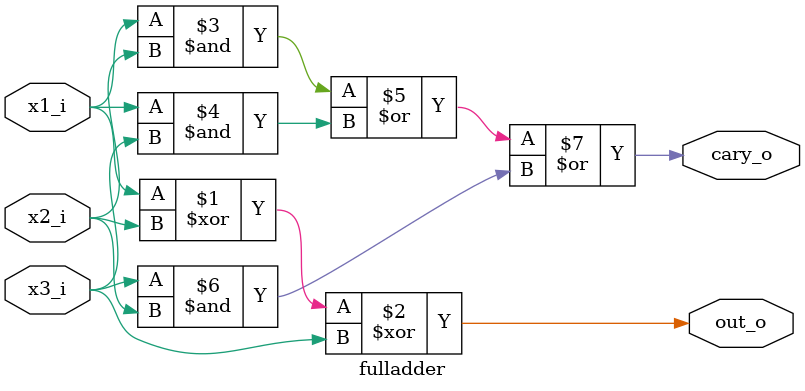
<source format=v>
module fulladder(
    input x1_i,
    input x2_i,
    input x3_i,
    output out_o,
    output cary_o
    );
    
    assign out_o = x1_i ^ x2_i ^ x3_i;
    assign cary_o = (x1_i & x2_i) | (x1_i & x3_i) | (x3_i & x2_i);
    
endmodule
</source>
